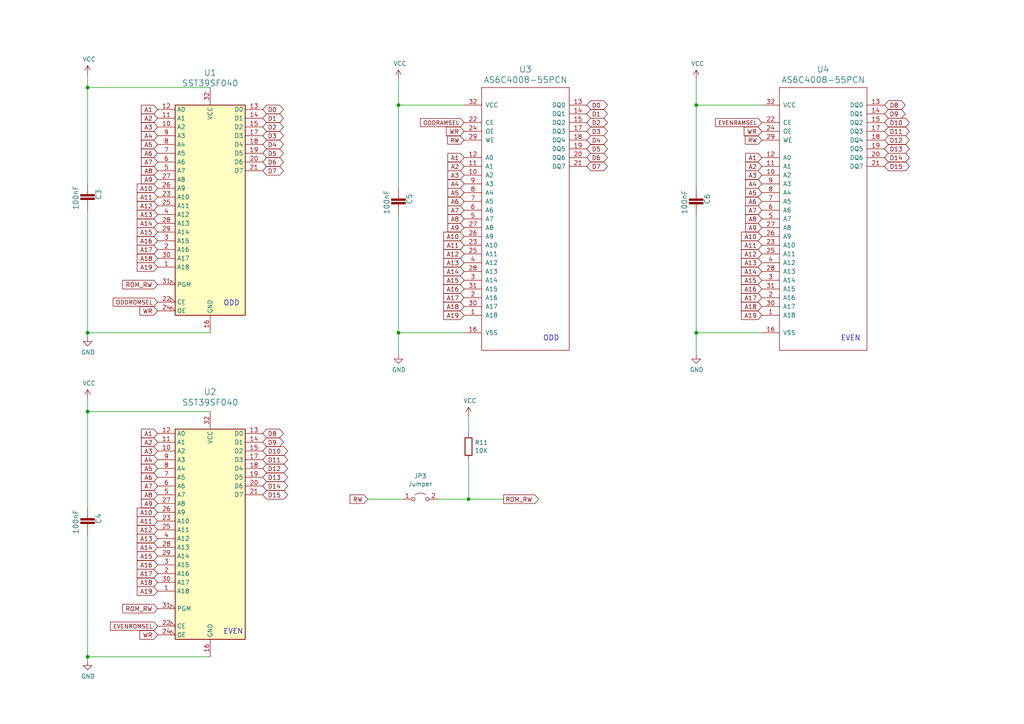
<source format=kicad_sch>
(kicad_sch (version 20230121) (generator eeschema)
  (paper "A4")
  (title_block (title "ROSCO_M68K GENERAL PURPOSE MC68010 COMPUTER") (date "2023-12-10") (rev "2.13-DEV") (company "The Really Old-School Company Limited") (comment 1 "OSHWA UK000006 (https://certification.oshwa.org/uk000006.html)") (comment 2 "See https://github.com/roscopeco/rosco_m68k/blob/master/LICENCE.hardware.txt") (comment 3 "Open Source Hardware licenced under CERN Open Hardware Licence") (comment 4 "Copyright 2019-2023 Ross Bamford and Contributors"))
  (lib_symbols
    (symbol "Device:R" (pin_numbers hide) (pin_names (offset 0))
      (property "Reference" "R" (at 2.032 0 90))
      (property "Value" "R" (at 0 0 90))
      (symbol "R_0_1"
        (rectangle (start -1.016 -2.54) (end 1.016 2.54) (stroke (width 0.254)))
      )
      (symbol "R_1_1"
        (pin passive line (at 0 3.81 270) (length 1.27) (name "~") (number "1"))
        (pin passive line (at 0 -3.81 90) (length 1.27) (name "~") (number "2"))
      )
    )
    (symbol "Jumper:Jumper_2_Open" (pin_names (offset 0) hide)
      (property "Reference" "JP" (at 0 2.794 0))
      (property "Value" "Jumper_2_Open" (at 0 -2.286 0))
      (symbol "Jumper_2_Open_0_0"
        (circle (center -2.032 0) (radius 0.508))
        (circle (center 2.032 0) (radius 0.508))
      )
      (symbol "Jumper_2_Open_0_1"
        (arc (start 1.524 1.27) (mid 0 1.778) (end -1.524 1.27))
      )
      (symbol "Jumper_2_Open_1_1"
        (pin passive line (at -5.08 0 0) (length 2.54) (name "A") (number "1"))
        (pin passive line (at 5.08 0 180) (length 2.54) (name "B") (number "2"))
      )
    )
    (symbol "Memory_Flash:SST39SF040"
      (property "Reference" "U" (at 2.54 33.02 0))
      (property "Value" "SST39SF040" (at 0 -30.48 0))
      (symbol "SST39SF040_0_0"
        (pin power_in line (at 0 -34.29 90) (length 5.08) (name "GND") (number "16"))
        (pin power_in line (at 0 36.83 270) (length 5.08) (name "VCC") (number "32"))
      )
      (symbol "SST39SF040_0_1"
        (rectangle (start -10.16 31.75) (end 10.16 -29.21) (stroke (width 0.254)) (fill (type background)))
      )
      (symbol "SST39SF040_1_1"
        (pin input line (at -15.24 -15.24 0) (length 5.08) (name "A18") (number "1"))
        (pin input line (at -15.24 25.4 0) (length 5.08) (name "A2") (number "10"))
        (pin input line (at -15.24 27.94 0) (length 5.08) (name "A1") (number "11"))
        (pin input line (at -15.24 30.48 0) (length 5.08) (name "A0") (number "12"))
        (pin tri_state line (at 15.24 30.48 180) (length 5.08) (name "D0") (number "13"))
        (pin tri_state line (at 15.24 27.94 180) (length 5.08) (name "D1") (number "14"))
        (pin tri_state line (at 15.24 25.4 180) (length 5.08) (name "D2") (number "15"))
        (pin tri_state line (at 15.24 22.86 180) (length 5.08) (name "D3") (number "17"))
        (pin tri_state line (at 15.24 20.32 180) (length 5.08) (name "D4") (number "18"))
        (pin tri_state line (at 15.24 17.78 180) (length 5.08) (name "D5") (number "19"))
        (pin input line (at -15.24 -10.16 0) (length 5.08) (name "A16") (number "2"))
        (pin tri_state line (at 15.24 15.24 180) (length 5.08) (name "D6") (number "20"))
        (pin tri_state line (at 15.24 12.7 180) (length 5.08) (name "D7") (number "21"))
        (pin input input_low (at -15.24 -25.4 0) (length 5.08) (name "CE") (number "22"))
        (pin input line (at -15.24 5.08 0) (length 5.08) (name "A10") (number "23"))
        (pin input input_low (at -15.24 -27.94 0) (length 5.08) (name "OE") (number "24"))
        (pin input line (at -15.24 2.54 0) (length 5.08) (name "A11") (number "25"))
        (pin input line (at -15.24 7.62 0) (length 5.08) (name "A9") (number "26"))
        (pin input line (at -15.24 10.16 0) (length 5.08) (name "A8") (number "27"))
        (pin input line (at -15.24 -2.54 0) (length 5.08) (name "A13") (number "28"))
        (pin input line (at -15.24 -5.08 0) (length 5.08) (name "A14") (number "29"))
        (pin input line (at -15.24 -7.62 0) (length 5.08) (name "A15") (number "3"))
        (pin input line (at -15.24 -12.7 0) (length 5.08) (name "A17") (number "30"))
        (pin input input_low (at -15.24 -20.32 0) (length 5.08) (name "PGM") (number "31"))
        (pin input line (at -15.24 0 0) (length 5.08) (name "A12") (number "4"))
        (pin input line (at -15.24 12.7 0) (length 5.08) (name "A7") (number "5"))
        (pin input line (at -15.24 15.24 0) (length 5.08) (name "A6") (number "6"))
        (pin input line (at -15.24 17.78 0) (length 5.08) (name "A5") (number "7"))
        (pin input line (at -15.24 20.32 0) (length 5.08) (name "A4") (number "8"))
        (pin input line (at -15.24 22.86 0) (length 5.08) (name "A3") (number "9"))
      )
    )
    (symbol "power:GND" (power) (pin_names (offset 0))
      (property "Value" "GND" (at 0 -3.81 0))
      (symbol "GND_0_1"
        (polyline (pts (xy 0 0) (xy 0 -1.27) (xy 1.27 -1.27) (xy 0 -2.54) (xy -1.27 -1.27) (xy 0 -1.27)))
      )
      (symbol "GND_1_1"
        (pin power_in line (at 0 0 270) (length 0) hide (name "GND") (number "1"))
      )
    )
    (symbol "power:VCC" (power) (pin_names (offset 0))
      (property "Value" "VCC" (at 0 3.81 0))
      (symbol "VCC_0_1"
        (polyline (pts (xy -0.762 1.27) (xy 0 2.54)))
        (polyline (pts (xy 0 0) (xy 0 2.54)))
        (polyline (pts (xy 0 2.54) (xy 0.762 1.27)))
      )
      (symbol "VCC_1_1"
        (pin power_in line (at 0 0 90) (length 0) hide (name "VCC") (number "1"))
      )
    )
    (symbol "rosco_m68k-eagle-import:AS6C4008-55PCN" (pin_names (offset 1.016))
      (property "Reference" "U" (at -4.7244 37.8714 0))
      (property "Value" "AS6C4008-55PCN" (at -7.3914 -43.688 0))
      (symbol "AS6C4008-55PCN_1_0"
        (polyline (pts (xy -12.7 -40.64) (xy 12.7 -40.64)))
        (polyline (pts (xy -12.7 35.56) (xy -12.7 -40.64)))
        (polyline (pts (xy 12.7 -40.64) (xy 12.7 35.56)))
        (polyline (pts (xy 12.7 35.56) (xy -12.7 35.56)))
        (pin input line (at -17.78 -30.48 0) (length 5.08) (name "A18") (number "1"))
        (pin input line (at -17.78 10.16 0) (length 5.08) (name "A2") (number "10"))
        (pin input line (at -17.78 12.7 0) (length 5.08) (name "A1") (number "11"))
        (pin input line (at -17.78 15.24 0) (length 5.08) (name "A0") (number "12"))
        (pin bidirectional line (at 17.78 30.48 180) (length 5.08) (name "DQ0") (number "13"))
        (pin bidirectional line (at 17.78 27.94 180) (length 5.08) (name "DQ1") (number "14"))
        (pin bidirectional line (at 17.78 25.4 180) (length 5.08) (name "DQ2") (number "15"))
        (pin power_in line (at -17.78 -35.56 0) (length 5.08) (name "VSS") (number "16"))
        (pin bidirectional line (at 17.78 22.86 180) (length 5.08) (name "DQ3") (number "17"))
        (pin bidirectional line (at 17.78 20.32 180) (length 5.08) (name "DQ4") (number "18"))
        (pin bidirectional line (at 17.78 17.78 180) (length 5.08) (name "DQ5") (number "19"))
        (pin input line (at -17.78 -25.4 0) (length 5.08) (name "A16") (number "2"))
        (pin bidirectional line (at 17.78 15.24 180) (length 5.08) (name "DQ6") (number "20"))
        (pin bidirectional line (at 17.78 12.7 180) (length 5.08) (name "DQ7") (number "21"))
        (pin input line (at -17.78 25.4 0) (length 5.08) (name "CE") (number "22"))
        (pin input line (at -17.78 -10.16 0) (length 5.08) (name "A10") (number "23"))
        (pin input line (at -17.78 22.86 0) (length 5.08) (name "OE") (number "24"))
        (pin input line (at -17.78 -12.7 0) (length 5.08) (name "A11") (number "25"))
        (pin input line (at -17.78 -7.62 0) (length 5.08) (name "A9") (number "26"))
        (pin input line (at -17.78 -5.08 0) (length 5.08) (name "A8") (number "27"))
        (pin input line (at -17.78 -17.78 0) (length 5.08) (name "A13") (number "28"))
        (pin input line (at -17.78 20.32 0) (length 5.08) (name "WE") (number "29"))
        (pin input line (at -17.78 -20.32 0) (length 5.08) (name "A14") (number "3"))
        (pin input line (at -17.78 -27.94 0) (length 5.08) (name "A17") (number "30"))
        (pin input line (at -17.78 -22.86 0) (length 5.08) (name "A15") (number "31"))
        (pin power_in line (at -17.78 30.48 0) (length 5.08) (name "VCC") (number "32"))
        (pin input line (at -17.78 -15.24 0) (length 5.08) (name "A12") (number "4"))
        (pin input line (at -17.78 -2.54 0) (length 5.08) (name "A7") (number "5"))
        (pin input line (at -17.78 0 0) (length 5.08) (name "A6") (number "6"))
        (pin input line (at -17.78 2.54 0) (length 5.08) (name "A5") (number "7"))
        (pin input line (at -17.78 5.08 0) (length 5.08) (name "A4") (number "8"))
        (pin input line (at -17.78 7.62 0) (length 5.08) (name "A3") (number "9"))
      )
    )
    (symbol "rosco_m68k-eagle-import:C2,5-3" (pin_names (offset 1.016))
      (property "Reference" "C" (at 1.524 0.381 0))
      (property "Value" "C2,5-3" (at 1.524 -4.699 0))
      (symbol "C2,5-3_1_0"
        (rectangle (start -2.032 -2.032) (end 2.032 -1.524) (fill (type outline)))
        (rectangle (start -2.032 -1.016) (end 2.032 -0.508) (fill (type outline)))
        (polyline (pts (xy 0 -2.54) (xy 0 -2.032)))
        (polyline (pts (xy 0 0) (xy 0 -0.508)))
        (pin passive line (at 0 2.54 270) (length 2.54) (name "1") (number "1"))
        (pin passive line (at 0 -5.08 90) (length 2.54) (name "2") (number "2"))
      )
    )
  )
  (junction (at 25.4 190.5))
  (junction (at 115.57 30.48))
  (junction (at 25.4 25.4))
  (junction (at 201.93 30.48))
  (junction (at 25.4 119.38))
  (junction (at 115.57 96.52))
  (junction (at 135.89 144.78))
  (junction (at 201.93 96.52))
  (junction (at 25.4 96.52))
  (wire (pts (xy 220.98 96.52) (xy 201.93 96.52)))
  (wire (pts (xy 25.4 60.96) (xy 25.4 96.52)))
  (wire (pts (xy 135.89 144.78) (xy 146.05 144.78)))
  (wire (pts (xy 25.4 119.38) (xy 60.96 119.38)))
  (wire (pts (xy 115.57 22.86) (xy 115.57 30.48)))
  (wire (pts (xy 135.89 120.65) (xy 135.89 125.73)))
  (wire (pts (xy 25.4 190.5) (xy 25.4 191.77)))
  (wire (pts (xy 115.57 30.48) (xy 115.57 54.61)))
  (wire (pts (xy 201.93 22.86) (xy 201.93 30.48)))
  (wire (pts (xy 25.4 25.4) (xy 60.96 25.4)))
  (wire (pts (xy 115.57 62.23) (xy 115.57 96.52)))
  (wire (pts (xy 134.62 96.52) (xy 115.57 96.52)))
  (wire (pts (xy 127 144.78) (xy 135.89 144.78)))
  (wire (pts (xy 25.4 25.4) (xy 25.4 53.34)))
  (wire (pts (xy 60.96 96.52) (xy 25.4 96.52)))
  (wire (pts (xy 134.62 30.48) (xy 115.57 30.48)))
  (wire (pts (xy 201.93 30.48) (xy 201.93 54.61)))
  (wire (pts (xy 135.89 133.35) (xy 135.89 144.78)))
  (wire (pts (xy 201.93 62.23) (xy 201.93 96.52)))
  (wire (pts (xy 60.96 190.5) (xy 25.4 190.5)))
  (wire (pts (xy 106.68 144.78) (xy 116.84 144.78)))
  (wire (pts (xy 25.4 154.94) (xy 25.4 190.5)))
  (wire (pts (xy 25.4 115.57) (xy 25.4 119.38)))
  (wire (pts (xy 220.98 30.48) (xy 201.93 30.48)))
  (wire (pts (xy 25.4 119.38) (xy 25.4 147.32)))
  (wire (pts (xy 25.4 96.52) (xy 25.4 97.79)))
  (wire (pts (xy 201.93 96.52) (xy 201.93 102.87)))
  (wire (pts (xy 25.4 21.59) (xy 25.4 25.4)))
  (wire (pts (xy 115.57 96.52) (xy 115.57 102.87)))
  (text "EVEN" (at 64.77 184.15 0) (effects (font (size 1.4986 1.4986)) (justify left bottom)))
  (text "ODD" (at 64.77 88.9 0) (effects (font (size 1.4986 1.4986)) (justify left bottom)))
  (text "EVEN" (at 243.84 99.06 0) (effects (font (size 1.4986 1.4986)) (justify left bottom)))
  (text "ODD" (at 157.48 99.06 0) (effects (font (size 1.4986 1.4986)) (justify left bottom)))
  (global_label "A5" (shape input) (at 220.98 55.88 180) (property "Intersheetrefs" "${INTERSHEET_REFS}" (effects hide)))
  (global_label "D15" (shape bidirectional) (at 256.54 48.26 0) (property "Intersheetrefs" "${INTERSHEET_REFS}" (effects hide)))
  (global_label "A18" (shape input) (at 45.72 168.91 180) (property "Intersheetrefs" "${INTERSHEET_REFS}" (effects hide)))
  (global_label "A3" (shape input) (at 220.98 50.8 180) (property "Intersheetrefs" "${INTERSHEET_REFS}" (effects hide)))
  (global_label "A15" (shape input) (at 220.98 81.28 180) (property "Intersheetrefs" "${INTERSHEET_REFS}" (effects hide)))
  (global_label "A1" (shape input) (at 45.72 31.75 180) (property "Intersheetrefs" "${INTERSHEET_REFS}" (effects hide)))
  (global_label "D15" (shape bidirectional) (at 76.2 143.51 0) (property "Intersheetrefs" "${INTERSHEET_REFS}" (effects hide)))
  (global_label "A18" (shape input) (at 45.72 74.93 180) (property "Intersheetrefs" "${INTERSHEET_REFS}" (effects hide)))
  (global_label "D14" (shape bidirectional) (at 256.54 45.72 0) (property "Intersheetrefs" "${INTERSHEET_REFS}" (effects hide)))
  (global_label "A17" (shape input) (at 220.98 86.36 180) (property "Intersheetrefs" "${INTERSHEET_REFS}" (effects hide)))
  (global_label "A19" (shape input) (at 220.98 91.44 180) (property "Intersheetrefs" "${INTERSHEET_REFS}" (effects hide)))
  (global_label "A8" (shape input) (at 45.72 49.53 180) (property "Intersheetrefs" "${INTERSHEET_REFS}" (effects hide)))
  (global_label "A6" (shape input) (at 45.72 138.43 180) (property "Intersheetrefs" "${INTERSHEET_REFS}" (effects hide)))
  (global_label "D8" (shape bidirectional) (at 256.54 30.48 0) (property "Intersheetrefs" "${INTERSHEET_REFS}" (effects hide)))
  (global_label "A4" (shape input) (at 45.72 133.35 180) (property "Intersheetrefs" "${INTERSHEET_REFS}" (effects hide)))
  (global_label "D2" (shape bidirectional) (at 76.2 36.83 0) (property "Intersheetrefs" "${INTERSHEET_REFS}" (effects hide)))
  (global_label "ROM_RW" (shape input) (at 45.72 82.55 180) (property "Intersheetrefs" "${INTERSHEET_REFS}" (effects hide)))
  (global_label "A19" (shape input) (at 45.72 171.45 180) (property "Intersheetrefs" "${INTERSHEET_REFS}" (effects hide)))
  (global_label "EVENROMSEL" (shape input) (at 45.72 181.61 180) (effects (font (size 1.1938 1.1938))) (property "Intersheetrefs" "${INTERSHEET_REFS}" (effects hide)))
  (global_label "D2" (shape bidirectional) (at 170.18 35.56 0) (property "Intersheetrefs" "${INTERSHEET_REFS}" (effects hide)))
  (global_label "A2" (shape input) (at 45.72 128.27 180) (property "Intersheetrefs" "${INTERSHEET_REFS}" (effects hide)))
  (global_label "A11" (shape input) (at 220.98 71.12 180) (property "Intersheetrefs" "${INTERSHEET_REFS}" (effects hide)))
  (global_label "ODDROMSEL" (shape input) (at 45.72 87.63 180) (effects (font (size 1.1938 1.1938))) (property "Intersheetrefs" "${INTERSHEET_REFS}" (effects hide)))
  (global_label "A14" (shape input) (at 134.62 78.74 180) (property "Intersheetrefs" "${INTERSHEET_REFS}" (effects hide)))
  (global_label "A13" (shape input) (at 45.72 156.21 180) (property "Intersheetrefs" "${INTERSHEET_REFS}" (effects hide)))
  (global_label "D4" (shape bidirectional) (at 170.18 40.64 0) (property "Intersheetrefs" "${INTERSHEET_REFS}" (effects hide)))
  (global_label "D9" (shape bidirectional) (at 256.54 33.02 0) (property "Intersheetrefs" "${INTERSHEET_REFS}" (effects hide)))
  (global_label "RW" (shape input) (at 106.68 144.78 180) (property "Intersheetrefs" "${INTERSHEET_REFS}" (effects hide)))
  (global_label "A12" (shape input) (at 220.98 73.66 180) (property "Intersheetrefs" "${INTERSHEET_REFS}" (effects hide)))
  (global_label "D5" (shape bidirectional) (at 76.2 44.45 0) (property "Intersheetrefs" "${INTERSHEET_REFS}" (effects hide)))
  (global_label "D0" (shape bidirectional) (at 170.18 30.48 0) (property "Intersheetrefs" "${INTERSHEET_REFS}" (effects hide)))
  (global_label "A14" (shape input) (at 220.98 78.74 180) (property "Intersheetrefs" "${INTERSHEET_REFS}" (effects hide)))
  (global_label "A5" (shape input) (at 134.62 55.88 180) (property "Intersheetrefs" "${INTERSHEET_REFS}" (effects hide)))
  (global_label "ODDRAMSEL" (shape input) (at 134.62 35.56 180) (effects (font (size 1.1938 1.1938))) (property "Intersheetrefs" "${INTERSHEET_REFS}" (effects hide)))
  (global_label "A17" (shape input) (at 45.72 72.39 180) (property "Intersheetrefs" "${INTERSHEET_REFS}" (effects hide)))
  (global_label "D12" (shape bidirectional) (at 76.2 135.89 0) (property "Intersheetrefs" "${INTERSHEET_REFS}" (effects hide)))
  (global_label "A15" (shape input) (at 45.72 161.29 180) (property "Intersheetrefs" "${INTERSHEET_REFS}" (effects hide)))
  (global_label "D11" (shape bidirectional) (at 256.54 38.1 0) (property "Intersheetrefs" "${INTERSHEET_REFS}" (effects hide)))
  (global_label "D3" (shape bidirectional) (at 170.18 38.1 0) (property "Intersheetrefs" "${INTERSHEET_REFS}" (effects hide)))
  (global_label "A7" (shape input) (at 45.72 140.97 180) (property "Intersheetrefs" "${INTERSHEET_REFS}" (effects hide)))
  (global_label "A1" (shape input) (at 220.98 45.72 180) (property "Intersheetrefs" "${INTERSHEET_REFS}" (effects hide)))
  (global_label "A2" (shape input) (at 134.62 48.26 180) (property "Intersheetrefs" "${INTERSHEET_REFS}" (effects hide)))
  (global_label "A18" (shape input) (at 220.98 88.9 180) (property "Intersheetrefs" "${INTERSHEET_REFS}" (effects hide)))
  (global_label "A14" (shape input) (at 45.72 64.77 180) (property "Intersheetrefs" "${INTERSHEET_REFS}" (effects hide)))
  (global_label "A2" (shape input) (at 45.72 34.29 180) (property "Intersheetrefs" "${INTERSHEET_REFS}" (effects hide)))
  (global_label "A15" (shape input) (at 45.72 67.31 180) (property "Intersheetrefs" "${INTERSHEET_REFS}" (effects hide)))
  (global_label "RW" (shape input) (at 220.98 40.64 180) (effects (font (size 1.1938 1.1938))) (property "Intersheetrefs" "${INTERSHEET_REFS}" (effects hide)))
  (global_label "A6" (shape input) (at 220.98 58.42 180) (property "Intersheetrefs" "${INTERSHEET_REFS}" (effects hide)))
  (global_label "A6" (shape input) (at 134.62 58.42 180) (property "Intersheetrefs" "${INTERSHEET_REFS}" (effects hide)))
  (global_label "A13" (shape input) (at 45.72 62.23 180) (property "Intersheetrefs" "${INTERSHEET_REFS}" (effects hide)))
  (global_label "A4" (shape input) (at 220.98 53.34 180) (property "Intersheetrefs" "${INTERSHEET_REFS}" (effects hide)))
  (global_label "A10" (shape input) (at 45.72 54.61 180) (property "Intersheetrefs" "${INTERSHEET_REFS}" (effects hide)))
  (global_label "A2" (shape input) (at 220.98 48.26 180) (property "Intersheetrefs" "${INTERSHEET_REFS}" (effects hide)))
  (global_label "A14" (shape input) (at 45.72 158.75 180) (property "Intersheetrefs" "${INTERSHEET_REFS}" (effects hide)))
  (global_label "A1" (shape input) (at 134.62 45.72 180) (property "Intersheetrefs" "${INTERSHEET_REFS}" (effects hide)))
  (global_label "D3" (shape bidirectional) (at 76.2 39.37 0) (property "Intersheetrefs" "${INTERSHEET_REFS}" (effects hide)))
  (global_label "ROM_RW" (shape input) (at 45.72 176.53 180) (property "Intersheetrefs" "${INTERSHEET_REFS}" (effects hide)))
  (global_label "A19" (shape input) (at 45.72 77.47 180) (property "Intersheetrefs" "${INTERSHEET_REFS}" (effects hide)))
  (global_label "D9" (shape bidirectional) (at 76.2 128.27 0) (property "Intersheetrefs" "${INTERSHEET_REFS}" (effects hide)))
  (global_label "A17" (shape input) (at 45.72 166.37 180) (property "Intersheetrefs" "${INTERSHEET_REFS}" (effects hide)))
  (global_label "D11" (shape bidirectional) (at 76.2 133.35 0) (property "Intersheetrefs" "${INTERSHEET_REFS}" (effects hide)))
  (global_label "A11" (shape input) (at 45.72 151.13 180) (property "Intersheetrefs" "${INTERSHEET_REFS}" (effects hide)))
  (global_label "A11" (shape input) (at 134.62 71.12 180) (property "Intersheetrefs" "${INTERSHEET_REFS}" (effects hide)))
  (global_label "A7" (shape input) (at 45.72 46.99 180) (property "Intersheetrefs" "${INTERSHEET_REFS}" (effects hide)))
  (global_label "A5" (shape input) (at 45.72 135.89 180) (property "Intersheetrefs" "${INTERSHEET_REFS}" (effects hide)))
  (global_label "A7" (shape input) (at 134.62 60.96 180) (property "Intersheetrefs" "${INTERSHEET_REFS}" (effects hide)))
  (global_label "D5" (shape bidirectional) (at 170.18 43.18 0) (property "Intersheetrefs" "${INTERSHEET_REFS}" (effects hide)))
  (global_label "WR" (shape input) (at 134.62 38.1 180) (property "Intersheetrefs" "${INTERSHEET_REFS}" (effects hide)))
  (global_label "D6" (shape bidirectional) (at 76.2 46.99 0) (property "Intersheetrefs" "${INTERSHEET_REFS}" (effects hide)))
  (global_label "D1" (shape bidirectional) (at 76.2 34.29 0) (property "Intersheetrefs" "${INTERSHEET_REFS}" (effects hide)))
  (global_label "A9" (shape input) (at 134.62 66.04 180) (property "Intersheetrefs" "${INTERSHEET_REFS}" (effects hide)))
  (global_label "A16" (shape input) (at 45.72 69.85 180) (property "Intersheetrefs" "${INTERSHEET_REFS}" (effects hide)))
  (global_label "A16" (shape input) (at 45.72 163.83 180) (property "Intersheetrefs" "${INTERSHEET_REFS}" (effects hide)))
  (global_label "A9" (shape input) (at 45.72 52.07 180) (property "Intersheetrefs" "${INTERSHEET_REFS}" (effects hide)))
  (global_label "D4" (shape bidirectional) (at 76.2 41.91 0) (property "Intersheetrefs" "${INTERSHEET_REFS}" (effects hide)))
  (global_label "A9" (shape input) (at 220.98 66.04 180) (property "Intersheetrefs" "${INTERSHEET_REFS}" (effects hide)))
  (global_label "A19" (shape input) (at 134.62 91.44 180) (property "Intersheetrefs" "${INTERSHEET_REFS}" (effects hide)))
  (global_label "A10" (shape input) (at 134.62 68.58 180) (property "Intersheetrefs" "${INTERSHEET_REFS}" (effects hide)))
  (global_label "A12" (shape input) (at 45.72 59.69 180) (property "Intersheetrefs" "${INTERSHEET_REFS}" (effects hide)))
  (global_label "A10" (shape input) (at 220.98 68.58 180) (property "Intersheetrefs" "${INTERSHEET_REFS}" (effects hide)))
  (global_label "A18" (shape input) (at 134.62 88.9 180) (property "Intersheetrefs" "${INTERSHEET_REFS}" (effects hide)))
  (global_label "EVENRAMSEL" (shape input) (at 220.98 35.56 180) (effects (font (size 1.1938 1.1938))) (property "Intersheetrefs" "${INTERSHEET_REFS}" (effects hide)))
  (global_label "A3" (shape input) (at 134.62 50.8 180) (property "Intersheetrefs" "${INTERSHEET_REFS}" (effects hide)))
  (global_label "D8" (shape bidirectional) (at 76.2 125.73 0) (property "Intersheetrefs" "${INTERSHEET_REFS}" (effects hide)))
  (global_label "A1" (shape input) (at 45.72 125.73 180) (property "Intersheetrefs" "${INTERSHEET_REFS}" (effects hide)))
  (global_label "A6" (shape input) (at 45.72 44.45 180) (property "Intersheetrefs" "${INTERSHEET_REFS}" (effects hide)))
  (global_label "WR" (shape input) (at 220.98 38.1 180) (property "Intersheetrefs" "${INTERSHEET_REFS}" (effects hide)))
  (global_label "WR" (shape input) (at 45.72 90.17 180) (property "Intersheetrefs" "${INTERSHEET_REFS}" (effects hide)))
  (global_label "D7" (shape bidirectional) (at 170.18 48.26 0) (property "Intersheetrefs" "${INTERSHEET_REFS}" (effects hide)))
  (global_label "A12" (shape input) (at 134.62 73.66 180) (property "Intersheetrefs" "${INTERSHEET_REFS}" (effects hide)))
  (global_label "A4" (shape input) (at 134.62 53.34 180) (property "Intersheetrefs" "${INTERSHEET_REFS}" (effects hide)))
  (global_label "D12" (shape bidirectional) (at 256.54 40.64 0) (property "Intersheetrefs" "${INTERSHEET_REFS}" (effects hide)))
  (global_label "A3" (shape input) (at 45.72 36.83 180) (property "Intersheetrefs" "${INTERSHEET_REFS}" (effects hide)))
  (global_label "A7" (shape input) (at 220.98 60.96 180) (property "Intersheetrefs" "${INTERSHEET_REFS}" (effects hide)))
  (global_label "A13" (shape input) (at 134.62 76.2 180) (property "Intersheetrefs" "${INTERSHEET_REFS}" (effects hide)))
  (global_label "A8" (shape input) (at 45.72 143.51 180) (property "Intersheetrefs" "${INTERSHEET_REFS}" (effects hide)))
  (global_label "A8" (shape input) (at 134.62 63.5 180) (property "Intersheetrefs" "${INTERSHEET_REFS}" (effects hide)))
  (global_label "A13" (shape input) (at 220.98 76.2 180) (property "Intersheetrefs" "${INTERSHEET_REFS}" (effects hide)))
  (global_label "D0" (shape bidirectional) (at 76.2 31.75 0) (property "Intersheetrefs" "${INTERSHEET_REFS}" (effects hide)))
  (global_label "A17" (shape input) (at 134.62 86.36 180) (property "Intersheetrefs" "${INTERSHEET_REFS}" (effects hide)))
  (global_label "A9" (shape input) (at 45.72 146.05 180) (property "Intersheetrefs" "${INTERSHEET_REFS}" (effects hide)))
  (global_label "D13" (shape bidirectional) (at 256.54 43.18 0) (property "Intersheetrefs" "${INTERSHEET_REFS}" (effects hide)))
  (global_label "D14" (shape bidirectional) (at 76.2 140.97 0) (property "Intersheetrefs" "${INTERSHEET_REFS}" (effects hide)))
  (global_label "D1" (shape bidirectional) (at 170.18 33.02 0) (property "Intersheetrefs" "${INTERSHEET_REFS}" (effects hide)))
  (global_label "A16" (shape input) (at 220.98 83.82 180) (property "Intersheetrefs" "${INTERSHEET_REFS}" (effects hide)))
  (global_label "A4" (shape input) (at 45.72 39.37 180) (property "Intersheetrefs" "${INTERSHEET_REFS}" (effects hide)))
  (global_label "A11" (shape input) (at 45.72 57.15 180) (property "Intersheetrefs" "${INTERSHEET_REFS}" (effects hide)))
  (global_label "RW" (shape input) (at 134.62 40.64 180) (effects (font (size 1.1938 1.1938))) (property "Intersheetrefs" "${INTERSHEET_REFS}" (effects hide)))
  (global_label "A8" (shape input) (at 220.98 63.5 180) (property "Intersheetrefs" "${INTERSHEET_REFS}" (effects hide)))
  (global_label "A15" (shape input) (at 134.62 81.28 180) (property "Intersheetrefs" "${INTERSHEET_REFS}" (effects hide)))
  (global_label "D10" (shape bidirectional) (at 256.54 35.56 0) (property "Intersheetrefs" "${INTERSHEET_REFS}" (effects hide)))
  (global_label "ROM_RW" (shape output) (at 146.05 144.78 0) (property "Intersheetrefs" "${INTERSHEET_REFS}" (effects hide)))
  (global_label "A3" (shape input) (at 45.72 130.81 180) (property "Intersheetrefs" "${INTERSHEET_REFS}" (effects hide)))
  (global_label "D10" (shape bidirectional) (at 76.2 130.81 0) (property "Intersheetrefs" "${INTERSHEET_REFS}" (effects hide)))
  (global_label "A12" (shape input) (at 45.72 153.67 180) (property "Intersheetrefs" "${INTERSHEET_REFS}" (effects hide)))
  (global_label "A5" (shape input) (at 45.72 41.91 180) (property "Intersheetrefs" "${INTERSHEET_REFS}" (effects hide)))
  (global_label "WR" (shape input) (at 45.72 184.15 180) (property "Intersheetrefs" "${INTERSHEET_REFS}" (effects hide)))
  (global_label "A16" (shape input) (at 134.62 83.82 180) (property "Intersheetrefs" "${INTERSHEET_REFS}" (effects hide)))
  (global_label "D13" (shape bidirectional) (at 76.2 138.43 0) (property "Intersheetrefs" "${INTERSHEET_REFS}" (effects hide)))
  (global_label "A10" (shape input) (at 45.72 148.59 180) (property "Intersheetrefs" "${INTERSHEET_REFS}" (effects hide)))
  (global_label "D6" (shape bidirectional) (at 170.18 45.72 0) (property "Intersheetrefs" "${INTERSHEET_REFS}" (effects hide)))
  (global_label "D7" (shape bidirectional) (at 76.2 49.53 0) (property "Intersheetrefs" "${INTERSHEET_REFS}" (effects hide)))
  (symbol (lib_id "power:VCC") (at 25.4 21.59 0) (unit 1)
    (property "Reference" "#PWR0103" (effects hide))
    (property "Value" "VCC" (at 25.8318 17.1958 0))
  )
  (symbol (lib_id "Memory_Flash:SST39SF040") (at 60.96 62.23 0) (unit 1)
    (property "Reference" "U1" (at 60.96 21.082 0) (effects (font (size 1.7526 1.7526))))
    (property "Value" "SST39SF040" (at 60.96 24.13 0) (effects (font (size 1.7526 1.7526))))
    (property "Footprint" "Package_DIP:DIP-32_W15.24mm_LongPads" (effects hide))
    (property "Datasheet" "http://ww1.microchip.com/downloads/en/DeviceDoc/25022B.pdf" (effects hide))
  )
  (symbol (lib_id "Memory_Flash:SST39SF040") (at 60.96 156.21 0) (unit 1)
    (property "Reference" "U2" (at 60.96 113.665 0) (effects (font (size 1.7526 1.7526))))
    (property "Value" "SST39SF040" (at 60.96 116.713 0) (effects (font (size 1.7526 1.7526))))
    (property "Footprint" "Package_DIP:DIP-32_W15.24mm_LongPads" (effects hide))
    (property "Datasheet" "http://ww1.microchip.com/downloads/en/DeviceDoc/25022B.pdf" (effects hide))
  )
  (symbol (lib_id "power:GND") (at 25.4 97.79 0) (unit 1)
    (property "Reference" "#PWR0104" (effects hide))
    (property "Value" "GND" (at 25.527 102.1842 0))
  )
  (symbol (lib_id "rosco_m68k-eagle-import:AS6C4008-55PCN") (at 152.4 60.96 0) (unit 1)
    (property "Reference" "U3" (at 152.4 20.1168 0) (effects (font (size 1.7526 1.7526))))
    (property "Value" "AS6C4008-55PCN" (at 152.4 23.1648 0) (effects (font (size 1.7526 1.7526))))
    (property "Footprint" "Package_DIP:DIP-32_W15.24mm_LongPads" (effects hide))
  )
  (symbol (lib_id "rosco_m68k-eagle-import:AS6C4008-55PCN") (at 238.76 60.96 0) (unit 1)
    (property "Reference" "U4" (at 238.76 20.1168 0) (effects (font (size 1.7526 1.7526))))
    (property "Value" "AS6C4008-55PCN" (at 238.76 23.1648 0) (effects (font (size 1.7526 1.7526))))
    (property "Footprint" "Package_DIP:DIP-32_W15.24mm_LongPads" (effects hide))
  )
  (symbol (lib_id "Jumper:Jumper_2_Open") (at 121.92 144.78 0) (unit 1)
    (property "Reference" "JP3" (at 121.92 138.0744 0))
    (property "Value" "Jumper" (at 121.92 140.3858 0))
    (property "Footprint" "rosco_m68k:1X02" (effects hide))
  )
  (symbol (lib_id "Device:R") (at 135.89 129.54 0) (unit 1)
    (property "Reference" "R11" (at 137.668 128.3716 0) (effects (justify left)))
    (property "Value" "10K" (at 137.668 130.683 0) (effects (justify left)))
    (property "Footprint" "rosco_m68k:0207_10" (effects hide))
  )
  (symbol (lib_id "power:VCC") (at 135.89 120.65 0) (unit 1)
    (property "Reference" "#PWR0114" (effects hide))
    (property "Value" "VCC" (at 136.3218 116.2558 0))
  )
  (symbol (lib_id "power:VCC") (at 25.4 115.57 0) (unit 1)
    (property "Reference" "#PWR0105" (effects hide))
    (property "Value" "VCC" (at 25.8318 111.1758 0))
  )
  (symbol (lib_id "rosco_m68k-eagle-import:C2,5-3") (at 25.4 149.86 0) (unit 1)
    (property "Reference" "C4" (at 29.464 152.019 90) (effects (font (size 1.4986 1.4986)) (justify left bottom)))
    (property "Value" "100nF" (at 22.86 154.94 90) (effects (font (size 1.4986 1.4986)) (justify left bottom)))
    (property "Footprint" "rosco_m68k:C2.5-3" (effects hide))
  )
  (symbol (lib_id "power:GND") (at 25.4 191.77 0) (unit 1)
    (property "Reference" "#PWR0106" (effects hide))
    (property "Value" "GND" (at 25.527 196.1642 0))
  )
  (symbol (lib_id "power:VCC") (at 115.57 22.86 0) (unit 1)
    (property "Reference" "#PWR0107" (effects hide))
    (property "Value" "VCC" (at 116.0018 18.4658 0))
  )
  (symbol (lib_id "rosco_m68k-eagle-import:C2,5-3") (at 115.57 57.15 0) (unit 1)
    (property "Reference" "C5" (at 119.634 59.309 90) (effects (font (size 1.4986 1.4986)) (justify left bottom)))
    (property "Value" "100nF" (at 113.03 62.23 90) (effects (font (size 1.4986 1.4986)) (justify left bottom)))
    (property "Footprint" "rosco_m68k:C2.5-3" (effects hide))
  )
  (symbol (lib_id "power:GND") (at 115.57 102.87 0) (unit 1)
    (property "Reference" "#PWR0110" (effects hide))
    (property "Value" "GND" (at 115.697 107.2642 0))
  )
  (symbol (lib_id "power:VCC") (at 201.93 22.86 0) (unit 1)
    (property "Reference" "#PWR0111" (effects hide))
    (property "Value" "VCC" (at 202.3618 18.4658 0))
  )
  (symbol (lib_id "rosco_m68k-eagle-import:C2,5-3") (at 201.93 57.15 0) (unit 1)
    (property "Reference" "C6" (at 205.994 59.309 90) (effects (font (size 1.4986 1.4986)) (justify left bottom)))
    (property "Value" "100nF" (at 199.39 62.23 90) (effects (font (size 1.4986 1.4986)) (justify left bottom)))
    (property "Footprint" "rosco_m68k:C2.5-3" (effects hide))
  )
  (symbol (lib_id "power:GND") (at 201.93 102.87 0) (unit 1)
    (property "Reference" "#PWR0112" (effects hide))
    (property "Value" "GND" (at 202.057 107.2642 0))
  )
  (symbol (lib_id "rosco_m68k-eagle-import:C2,5-3") (at 25.4 55.88 0) (unit 1)
    (property "Reference" "C3" (at 29.464 58.039 90) (effects (font (size 1.4986 1.4986)) (justify left bottom)))
    (property "Value" "100nF" (at 22.86 60.96 90) (effects (font (size 1.4986 1.4986)) (justify left bottom)))
    (property "Footprint" "rosco_m68k:C2.5-3" (effects hide))
  )
)
</source>
